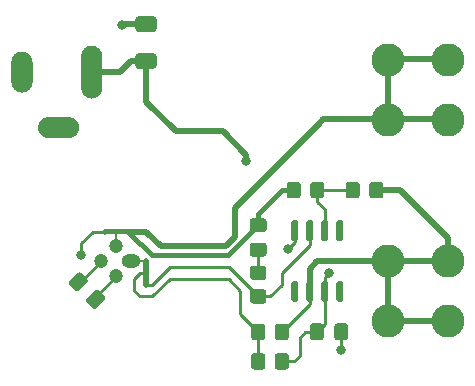
<source format=gbr>
G04 #@! TF.GenerationSoftware,KiCad,Pcbnew,6.0.0-d3dd2cf0fa~116~ubuntu21.10.1*
G04 #@! TF.CreationDate,2022-02-03T22:06:56+00:00*
G04 #@! TF.ProjectId,pcb-adr1399-vref,7063622d-6164-4723-9133-39392d767265,rev?*
G04 #@! TF.SameCoordinates,Original*
G04 #@! TF.FileFunction,Copper,L1,Top*
G04 #@! TF.FilePolarity,Positive*
%FSLAX46Y46*%
G04 Gerber Fmt 4.6, Leading zero omitted, Abs format (unit mm)*
G04 Created by KiCad (PCBNEW 6.0.0-d3dd2cf0fa~116~ubuntu21.10.1) date 2022-02-03 22:06:56*
%MOMM*%
%LPD*%
G01*
G04 APERTURE LIST*
G04 #@! TA.AperFunction,SMDPad,CuDef*
%ADD10C,0.500000*%
G04 #@! TD*
G04 #@! TA.AperFunction,ComponentPad*
%ADD11C,2.800000*%
G04 #@! TD*
G04 #@! TA.AperFunction,ComponentPad*
%ADD12O,1.600000X1.200000*%
G04 #@! TD*
G04 #@! TA.AperFunction,ComponentPad*
%ADD13C,1.200000*%
G04 #@! TD*
G04 #@! TA.AperFunction,ViaPad*
%ADD14C,0.800000*%
G04 #@! TD*
G04 #@! TA.AperFunction,Conductor*
%ADD15C,0.500000*%
G04 #@! TD*
G04 #@! TA.AperFunction,Conductor*
%ADD16C,0.250000*%
G04 #@! TD*
G04 #@! TA.AperFunction,Conductor*
%ADD17C,0.400000*%
G04 #@! TD*
G04 #@! TA.AperFunction,Conductor*
%ADD18C,0.200000*%
G04 #@! TD*
G04 APERTURE END LIST*
G36*
X90750000Y-112500000D02*
G01*
X90250000Y-112500000D01*
X90250000Y-110500000D01*
X90750000Y-110500000D01*
X90750000Y-112500000D01*
G37*
G36*
X89000000Y-108250000D02*
G01*
X87000000Y-108250000D01*
X87000000Y-107750000D01*
X89000000Y-107750000D01*
X89000000Y-108250000D01*
G37*
G04 #@! TA.AperFunction,ComponentPad*
G36*
G01*
X85000000Y-95850000D02*
X85000000Y-93150000D01*
G75*
G02*
X85900000Y-92250000I900000J0D01*
G01*
X85900000Y-92250000D01*
G75*
G02*
X86800000Y-93150000I0J-900000D01*
G01*
X86800000Y-95850000D01*
G75*
G02*
X85900000Y-96750000I-900000J0D01*
G01*
X85900000Y-96750000D01*
G75*
G02*
X85000000Y-95850000I0J900000D01*
G01*
G37*
G04 #@! TD.AperFunction*
G04 #@! TA.AperFunction,ComponentPad*
G36*
G01*
X79100000Y-95350000D02*
X79100000Y-93650000D01*
G75*
G02*
X80000000Y-92750000I900000J0D01*
G01*
X80000000Y-92750000D01*
G75*
G02*
X80900000Y-93650000I0J-900000D01*
G01*
X80900000Y-95350000D01*
G75*
G02*
X80000000Y-96250000I-900000J0D01*
G01*
X80000000Y-96250000D01*
G75*
G02*
X79100000Y-95350000I0J900000D01*
G01*
G37*
G04 #@! TD.AperFunction*
G04 #@! TA.AperFunction,ComponentPad*
G36*
G01*
X81350000Y-99200000D02*
X81350000Y-99200000D01*
G75*
G02*
X82250000Y-98300000I900000J0D01*
G01*
X83950000Y-98300000D01*
G75*
G02*
X84850000Y-99200000I0J-900000D01*
G01*
X84850000Y-99200000D01*
G75*
G02*
X83950000Y-100100000I-900000J0D01*
G01*
X82250000Y-100100000D01*
G75*
G02*
X81350000Y-99200000I0J900000D01*
G01*
G37*
G04 #@! TD.AperFunction*
D10*
X90500000Y-110500000D03*
X90500000Y-111500000D03*
X90500000Y-112500000D03*
G04 #@! TA.AperFunction,SMDPad,CuDef*
G36*
G01*
X100450000Y-114100000D02*
X99550000Y-114100000D01*
G75*
G02*
X99300000Y-113850000I0J250000D01*
G01*
X99300000Y-113150000D01*
G75*
G02*
X99550000Y-112900000I250000J0D01*
G01*
X100450000Y-112900000D01*
G75*
G02*
X100700000Y-113150000I0J-250000D01*
G01*
X100700000Y-113850000D01*
G75*
G02*
X100450000Y-114100000I-250000J0D01*
G01*
G37*
G04 #@! TD.AperFunction*
G04 #@! TA.AperFunction,SMDPad,CuDef*
G36*
G01*
X100450000Y-112100000D02*
X99550000Y-112100000D01*
G75*
G02*
X99300000Y-111850000I0J250000D01*
G01*
X99300000Y-111150000D01*
G75*
G02*
X99550000Y-110900000I250000J0D01*
G01*
X100450000Y-110900000D01*
G75*
G02*
X100700000Y-111150000I0J-250000D01*
G01*
X100700000Y-111850000D01*
G75*
G02*
X100450000Y-112100000I-250000J0D01*
G01*
G37*
G04 #@! TD.AperFunction*
G04 #@! TA.AperFunction,SMDPad,CuDef*
G36*
G01*
X104375000Y-116975000D02*
X104375000Y-116025000D01*
G75*
G02*
X104625000Y-115775000I250000J0D01*
G01*
X105300000Y-115775000D01*
G75*
G02*
X105550000Y-116025000I0J-250000D01*
G01*
X105550000Y-116975000D01*
G75*
G02*
X105300000Y-117225000I-250000J0D01*
G01*
X104625000Y-117225000D01*
G75*
G02*
X104375000Y-116975000I0J250000D01*
G01*
G37*
G04 #@! TD.AperFunction*
G04 #@! TA.AperFunction,SMDPad,CuDef*
G36*
G01*
X106450000Y-116975000D02*
X106450000Y-116025000D01*
G75*
G02*
X106700000Y-115775000I250000J0D01*
G01*
X107375000Y-115775000D01*
G75*
G02*
X107625000Y-116025000I0J-250000D01*
G01*
X107625000Y-116975000D01*
G75*
G02*
X107375000Y-117225000I-250000J0D01*
G01*
X106700000Y-117225000D01*
G75*
G02*
X106450000Y-116975000I0J250000D01*
G01*
G37*
G04 #@! TD.AperFunction*
D11*
X110960000Y-93460000D03*
X116040000Y-93460000D03*
X116040000Y-98540000D03*
X110960000Y-98540000D03*
G04 #@! TA.AperFunction,SMDPad,CuDef*
G36*
G01*
X99400000Y-116950000D02*
X99400000Y-116050000D01*
G75*
G02*
X99650000Y-115800000I250000J0D01*
G01*
X100350000Y-115800000D01*
G75*
G02*
X100600000Y-116050000I0J-250000D01*
G01*
X100600000Y-116950000D01*
G75*
G02*
X100350000Y-117200000I-250000J0D01*
G01*
X99650000Y-117200000D01*
G75*
G02*
X99400000Y-116950000I0J250000D01*
G01*
G37*
G04 #@! TD.AperFunction*
G04 #@! TA.AperFunction,SMDPad,CuDef*
G36*
G01*
X101400000Y-116950000D02*
X101400000Y-116050000D01*
G75*
G02*
X101650000Y-115800000I250000J0D01*
G01*
X102350000Y-115800000D01*
G75*
G02*
X102600000Y-116050000I0J-250000D01*
G01*
X102600000Y-116950000D01*
G75*
G02*
X102350000Y-117200000I-250000J0D01*
G01*
X101650000Y-117200000D01*
G75*
G02*
X101400000Y-116950000I0J250000D01*
G01*
G37*
G04 #@! TD.AperFunction*
G04 #@! TA.AperFunction,SMDPad,CuDef*
G36*
G01*
X106755000Y-107050000D02*
X107055000Y-107050000D01*
G75*
G02*
X107205000Y-107200000I0J-150000D01*
G01*
X107205000Y-108650000D01*
G75*
G02*
X107055000Y-108800000I-150000J0D01*
G01*
X106755000Y-108800000D01*
G75*
G02*
X106605000Y-108650000I0J150000D01*
G01*
X106605000Y-107200000D01*
G75*
G02*
X106755000Y-107050000I150000J0D01*
G01*
G37*
G04 #@! TD.AperFunction*
G04 #@! TA.AperFunction,SMDPad,CuDef*
G36*
G01*
X105485000Y-107050000D02*
X105785000Y-107050000D01*
G75*
G02*
X105935000Y-107200000I0J-150000D01*
G01*
X105935000Y-108650000D01*
G75*
G02*
X105785000Y-108800000I-150000J0D01*
G01*
X105485000Y-108800000D01*
G75*
G02*
X105335000Y-108650000I0J150000D01*
G01*
X105335000Y-107200000D01*
G75*
G02*
X105485000Y-107050000I150000J0D01*
G01*
G37*
G04 #@! TD.AperFunction*
G04 #@! TA.AperFunction,SMDPad,CuDef*
G36*
G01*
X104215000Y-107050000D02*
X104515000Y-107050000D01*
G75*
G02*
X104665000Y-107200000I0J-150000D01*
G01*
X104665000Y-108650000D01*
G75*
G02*
X104515000Y-108800000I-150000J0D01*
G01*
X104215000Y-108800000D01*
G75*
G02*
X104065000Y-108650000I0J150000D01*
G01*
X104065000Y-107200000D01*
G75*
G02*
X104215000Y-107050000I150000J0D01*
G01*
G37*
G04 #@! TD.AperFunction*
G04 #@! TA.AperFunction,SMDPad,CuDef*
G36*
G01*
X102945000Y-107050000D02*
X103245000Y-107050000D01*
G75*
G02*
X103395000Y-107200000I0J-150000D01*
G01*
X103395000Y-108650000D01*
G75*
G02*
X103245000Y-108800000I-150000J0D01*
G01*
X102945000Y-108800000D01*
G75*
G02*
X102795000Y-108650000I0J150000D01*
G01*
X102795000Y-107200000D01*
G75*
G02*
X102945000Y-107050000I150000J0D01*
G01*
G37*
G04 #@! TD.AperFunction*
G04 #@! TA.AperFunction,SMDPad,CuDef*
G36*
G01*
X102945000Y-112200000D02*
X103245000Y-112200000D01*
G75*
G02*
X103395000Y-112350000I0J-150000D01*
G01*
X103395000Y-113800000D01*
G75*
G02*
X103245000Y-113950000I-150000J0D01*
G01*
X102945000Y-113950000D01*
G75*
G02*
X102795000Y-113800000I0J150000D01*
G01*
X102795000Y-112350000D01*
G75*
G02*
X102945000Y-112200000I150000J0D01*
G01*
G37*
G04 #@! TD.AperFunction*
G04 #@! TA.AperFunction,SMDPad,CuDef*
G36*
G01*
X104215000Y-112200000D02*
X104515000Y-112200000D01*
G75*
G02*
X104665000Y-112350000I0J-150000D01*
G01*
X104665000Y-113800000D01*
G75*
G02*
X104515000Y-113950000I-150000J0D01*
G01*
X104215000Y-113950000D01*
G75*
G02*
X104065000Y-113800000I0J150000D01*
G01*
X104065000Y-112350000D01*
G75*
G02*
X104215000Y-112200000I150000J0D01*
G01*
G37*
G04 #@! TD.AperFunction*
G04 #@! TA.AperFunction,SMDPad,CuDef*
G36*
G01*
X105485000Y-112200000D02*
X105785000Y-112200000D01*
G75*
G02*
X105935000Y-112350000I0J-150000D01*
G01*
X105935000Y-113800000D01*
G75*
G02*
X105785000Y-113950000I-150000J0D01*
G01*
X105485000Y-113950000D01*
G75*
G02*
X105335000Y-113800000I0J150000D01*
G01*
X105335000Y-112350000D01*
G75*
G02*
X105485000Y-112200000I150000J0D01*
G01*
G37*
G04 #@! TD.AperFunction*
G04 #@! TA.AperFunction,SMDPad,CuDef*
G36*
G01*
X106755000Y-112200000D02*
X107055000Y-112200000D01*
G75*
G02*
X107205000Y-112350000I0J-150000D01*
G01*
X107205000Y-113800000D01*
G75*
G02*
X107055000Y-113950000I-150000J0D01*
G01*
X106755000Y-113950000D01*
G75*
G02*
X106605000Y-113800000I0J150000D01*
G01*
X106605000Y-112350000D01*
G75*
G02*
X106755000Y-112200000I150000J0D01*
G01*
G37*
G04 #@! TD.AperFunction*
G04 #@! TA.AperFunction,SMDPad,CuDef*
G36*
G01*
X107400000Y-104950000D02*
X107400000Y-104050000D01*
G75*
G02*
X107650000Y-103800000I250000J0D01*
G01*
X108350000Y-103800000D01*
G75*
G02*
X108600000Y-104050000I0J-250000D01*
G01*
X108600000Y-104950000D01*
G75*
G02*
X108350000Y-105200000I-250000J0D01*
G01*
X107650000Y-105200000D01*
G75*
G02*
X107400000Y-104950000I0J250000D01*
G01*
G37*
G04 #@! TD.AperFunction*
G04 #@! TA.AperFunction,SMDPad,CuDef*
G36*
G01*
X109400000Y-104950000D02*
X109400000Y-104050000D01*
G75*
G02*
X109650000Y-103800000I250000J0D01*
G01*
X110350000Y-103800000D01*
G75*
G02*
X110600000Y-104050000I0J-250000D01*
G01*
X110600000Y-104950000D01*
G75*
G02*
X110350000Y-105200000I-250000J0D01*
G01*
X109650000Y-105200000D01*
G75*
G02*
X109400000Y-104950000I0J250000D01*
G01*
G37*
G04 #@! TD.AperFunction*
D10*
X87000000Y-108000000D03*
X88000000Y-108000000D03*
X89000000Y-108000000D03*
D11*
X110960000Y-110460000D03*
X116040000Y-110460000D03*
X116040000Y-115540000D03*
X110960000Y-115540000D03*
D12*
X89270000Y-110500000D03*
D13*
X88000000Y-109230000D03*
X86730000Y-110500000D03*
X88000000Y-111770000D03*
G04 #@! TA.AperFunction,SMDPad,CuDef*
G36*
G01*
X105600000Y-104050000D02*
X105600000Y-104950000D01*
G75*
G02*
X105350000Y-105200000I-250000J0D01*
G01*
X104650000Y-105200000D01*
G75*
G02*
X104400000Y-104950000I0J250000D01*
G01*
X104400000Y-104050000D01*
G75*
G02*
X104650000Y-103800000I250000J0D01*
G01*
X105350000Y-103800000D01*
G75*
G02*
X105600000Y-104050000I0J-250000D01*
G01*
G37*
G04 #@! TD.AperFunction*
G04 #@! TA.AperFunction,SMDPad,CuDef*
G36*
G01*
X103600000Y-104050000D02*
X103600000Y-104950000D01*
G75*
G02*
X103350000Y-105200000I-250000J0D01*
G01*
X102650000Y-105200000D01*
G75*
G02*
X102400000Y-104950000I0J250000D01*
G01*
X102400000Y-104050000D01*
G75*
G02*
X102650000Y-103800000I250000J0D01*
G01*
X103350000Y-103800000D01*
G75*
G02*
X103600000Y-104050000I0J-250000D01*
G01*
G37*
G04 #@! TD.AperFunction*
G04 #@! TA.AperFunction,SMDPad,CuDef*
G36*
G01*
X91150000Y-94225000D02*
X89850000Y-94225000D01*
G75*
G02*
X89600000Y-93975000I0J250000D01*
G01*
X89600000Y-93150000D01*
G75*
G02*
X89850000Y-92900000I250000J0D01*
G01*
X91150000Y-92900000D01*
G75*
G02*
X91400000Y-93150000I0J-250000D01*
G01*
X91400000Y-93975000D01*
G75*
G02*
X91150000Y-94225000I-250000J0D01*
G01*
G37*
G04 #@! TD.AperFunction*
G04 #@! TA.AperFunction,SMDPad,CuDef*
G36*
G01*
X91150000Y-91100000D02*
X89850000Y-91100000D01*
G75*
G02*
X89600000Y-90850000I0J250000D01*
G01*
X89600000Y-90025000D01*
G75*
G02*
X89850000Y-89775000I250000J0D01*
G01*
X91150000Y-89775000D01*
G75*
G02*
X91400000Y-90025000I0J-250000D01*
G01*
X91400000Y-90850000D01*
G75*
G02*
X91150000Y-91100000I-250000J0D01*
G01*
G37*
G04 #@! TD.AperFunction*
G04 #@! TA.AperFunction,SMDPad,CuDef*
G36*
G01*
X84015076Y-112186827D02*
X84686827Y-111515076D01*
G75*
G02*
X85040381Y-111515076I176777J-176777D01*
G01*
X85517678Y-111992373D01*
G75*
G02*
X85517678Y-112345927I-176777J-176777D01*
G01*
X84845927Y-113017678D01*
G75*
G02*
X84492373Y-113017678I-176777J176777D01*
G01*
X84015076Y-112540381D01*
G75*
G02*
X84015076Y-112186827I176777J176777D01*
G01*
G37*
G04 #@! TD.AperFunction*
G04 #@! TA.AperFunction,SMDPad,CuDef*
G36*
G01*
X85482322Y-113654073D02*
X86154073Y-112982322D01*
G75*
G02*
X86507627Y-112982322I176777J-176777D01*
G01*
X86984924Y-113459619D01*
G75*
G02*
X86984924Y-113813173I-176777J-176777D01*
G01*
X86313173Y-114484924D01*
G75*
G02*
X85959619Y-114484924I-176777J176777D01*
G01*
X85482322Y-114007627D01*
G75*
G02*
X85482322Y-113654073I176777J176777D01*
G01*
G37*
G04 #@! TD.AperFunction*
G04 #@! TA.AperFunction,SMDPad,CuDef*
G36*
G01*
X102600000Y-118550000D02*
X102600000Y-119450000D01*
G75*
G02*
X102350000Y-119700000I-250000J0D01*
G01*
X101650000Y-119700000D01*
G75*
G02*
X101400000Y-119450000I0J250000D01*
G01*
X101400000Y-118550000D01*
G75*
G02*
X101650000Y-118300000I250000J0D01*
G01*
X102350000Y-118300000D01*
G75*
G02*
X102600000Y-118550000I0J-250000D01*
G01*
G37*
G04 #@! TD.AperFunction*
G04 #@! TA.AperFunction,SMDPad,CuDef*
G36*
G01*
X100600000Y-118550000D02*
X100600000Y-119450000D01*
G75*
G02*
X100350000Y-119700000I-250000J0D01*
G01*
X99650000Y-119700000D01*
G75*
G02*
X99400000Y-119450000I0J250000D01*
G01*
X99400000Y-118550000D01*
G75*
G02*
X99650000Y-118300000I250000J0D01*
G01*
X100350000Y-118300000D01*
G75*
G02*
X100600000Y-118550000I0J-250000D01*
G01*
G37*
G04 #@! TD.AperFunction*
G04 #@! TA.AperFunction,SMDPad,CuDef*
G36*
G01*
X100475000Y-110125000D02*
X99525000Y-110125000D01*
G75*
G02*
X99275000Y-109875000I0J250000D01*
G01*
X99275000Y-109200000D01*
G75*
G02*
X99525000Y-108950000I250000J0D01*
G01*
X100475000Y-108950000D01*
G75*
G02*
X100725000Y-109200000I0J-250000D01*
G01*
X100725000Y-109875000D01*
G75*
G02*
X100475000Y-110125000I-250000J0D01*
G01*
G37*
G04 #@! TD.AperFunction*
G04 #@! TA.AperFunction,SMDPad,CuDef*
G36*
G01*
X100475000Y-108050000D02*
X99525000Y-108050000D01*
G75*
G02*
X99275000Y-107800000I0J250000D01*
G01*
X99275000Y-107125000D01*
G75*
G02*
X99525000Y-106875000I250000J0D01*
G01*
X100475000Y-106875000D01*
G75*
G02*
X100725000Y-107125000I0J-250000D01*
G01*
X100725000Y-107800000D01*
G75*
G02*
X100475000Y-108050000I-250000J0D01*
G01*
G37*
G04 #@! TD.AperFunction*
D14*
X106000000Y-111500000D03*
X99000000Y-102000000D03*
X88500000Y-90500000D03*
X107000000Y-118000000D03*
X102500000Y-109500000D03*
X85000000Y-110000000D03*
D15*
X97000000Y-99500000D02*
X99000000Y-101500000D01*
X93000000Y-99500000D02*
X97000000Y-99500000D01*
D16*
X84963623Y-112266377D02*
X84766377Y-112266377D01*
X104000000Y-116500000D02*
X103500000Y-117000000D01*
D15*
X90500000Y-97000000D02*
X93000000Y-99500000D01*
D16*
X103500000Y-118500000D02*
X103000000Y-119000000D01*
D15*
X90500000Y-93562500D02*
X89267500Y-93562500D01*
D16*
X86730000Y-110500000D02*
X84963623Y-112266377D01*
D15*
X99000000Y-101500000D02*
X99000000Y-102000000D01*
D16*
X103000000Y-119000000D02*
X102000000Y-119000000D01*
X104962500Y-116500000D02*
X104000000Y-116500000D01*
X105635000Y-113075000D02*
X105635000Y-115827500D01*
D15*
X89267500Y-93562500D02*
X88330000Y-94500000D01*
D16*
X105635000Y-111865000D02*
X106000000Y-111500000D01*
X103500000Y-117000000D02*
X103500000Y-118500000D01*
D15*
X88330000Y-94500000D02*
X85900000Y-94500000D01*
D16*
X105635000Y-115827500D02*
X104962500Y-116500000D01*
D15*
X90500000Y-93562500D02*
X90500000Y-97000000D01*
D16*
X105635000Y-113075000D02*
X105635000Y-111865000D01*
D15*
X90500000Y-90437500D02*
X88562500Y-90437500D01*
D16*
X103095000Y-107925000D02*
X103095000Y-108905000D01*
X107037500Y-117962500D02*
X107000000Y-118000000D01*
D15*
X88562500Y-90437500D02*
X88500000Y-90500000D01*
D16*
X85000000Y-109000000D02*
X85000000Y-110000000D01*
X103095000Y-108905000D02*
X102500000Y-109500000D01*
X86000000Y-108000000D02*
X85000000Y-109000000D01*
X87000000Y-108000000D02*
X86000000Y-108000000D01*
X86233623Y-113536377D02*
X86233623Y-113733623D01*
X88000000Y-111770000D02*
X86233623Y-113536377D01*
X107037500Y-116500000D02*
X107037500Y-117962500D01*
X100000000Y-109537500D02*
X100000000Y-111500000D01*
D17*
X89000000Y-108000000D02*
X91000000Y-110000000D01*
X102000000Y-104500000D02*
X103000000Y-104500000D01*
D15*
X110960000Y-98515000D02*
X116040000Y-98515000D01*
X89000000Y-108000000D02*
X90500000Y-108000000D01*
D17*
X100000000Y-106500000D02*
X102000000Y-104500000D01*
D15*
X105485000Y-98515000D02*
X110960000Y-98515000D01*
X110960000Y-93435000D02*
X116040000Y-93435000D01*
X98000000Y-106000000D02*
X105107500Y-98892500D01*
X91750000Y-109250000D02*
X97250000Y-109250000D01*
D17*
X91000000Y-110000000D02*
X97462500Y-110000000D01*
D15*
X105107500Y-98892500D02*
X105485000Y-98515000D01*
D17*
X100000000Y-107462500D02*
X100000000Y-106500000D01*
D15*
X110960000Y-98515000D02*
X110960000Y-93435000D01*
X90500000Y-108000000D02*
X91750000Y-109250000D01*
D17*
X97462500Y-110000000D02*
X100000000Y-107462500D01*
D15*
X98000000Y-108500000D02*
X98000000Y-106000000D01*
X97250000Y-109250000D02*
X98000000Y-108500000D01*
D16*
X104365000Y-114135000D02*
X102000000Y-116500000D01*
D15*
X116040000Y-110485000D02*
X116040000Y-108540000D01*
X110960000Y-110485000D02*
X110960000Y-115565000D01*
X104365000Y-113075000D02*
X104365000Y-111135000D01*
D16*
X104365000Y-113075000D02*
X104365000Y-114135000D01*
D15*
X110960000Y-110485000D02*
X105015000Y-110485000D01*
X112000000Y-104500000D02*
X110000000Y-104500000D01*
X105015000Y-110485000D02*
X104365000Y-111135000D01*
X116040000Y-108540000D02*
X112000000Y-104500000D01*
X110960000Y-110485000D02*
X116040000Y-110485000D01*
X110960000Y-115565000D02*
X116040000Y-115565000D01*
D18*
X89270000Y-110500000D02*
X90500000Y-110500000D01*
D16*
X100000000Y-116500000D02*
X98500000Y-115000000D01*
X90000000Y-111500000D02*
X90500000Y-111500000D01*
X98500000Y-113000000D02*
X97500000Y-112000000D01*
X91000000Y-113500000D02*
X90000000Y-113500000D01*
X89500000Y-113000000D02*
X89500000Y-112000000D01*
X97500000Y-112000000D02*
X92500000Y-112000000D01*
X98500000Y-115000000D02*
X98500000Y-113000000D01*
X90000000Y-113500000D02*
X89500000Y-113000000D01*
X92500000Y-112000000D02*
X91000000Y-113500000D01*
X100000000Y-119000000D02*
X100000000Y-116500000D01*
X89500000Y-112000000D02*
X90000000Y-111500000D01*
X92500000Y-111000000D02*
X97500000Y-111000000D01*
X104365000Y-107925000D02*
X104365000Y-109135000D01*
X104365000Y-109135000D02*
X102000000Y-111500000D01*
X91000000Y-112500000D02*
X92500000Y-111000000D01*
X102000000Y-112500000D02*
X101000000Y-113500000D01*
X97500000Y-111000000D02*
X100000000Y-113500000D01*
X90500000Y-112500000D02*
X91000000Y-112500000D01*
X101000000Y-113500000D02*
X100000000Y-113500000D01*
X102000000Y-111500000D02*
X102000000Y-112500000D01*
D18*
X88000000Y-109230000D02*
X88000000Y-108000000D01*
D16*
X105635000Y-107925000D02*
X105635000Y-106135000D01*
X105000000Y-104500000D02*
X105000000Y-105500000D01*
X105000000Y-105500000D02*
X105635000Y-106135000D01*
X105000000Y-104500000D02*
X108000000Y-104500000D01*
M02*

</source>
